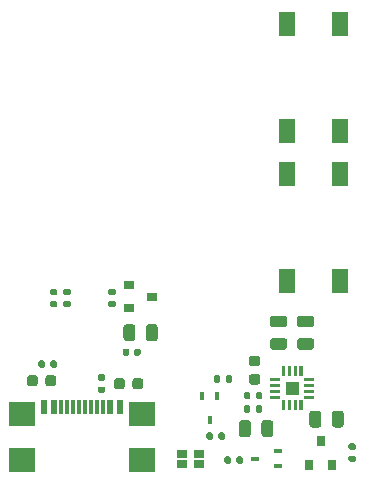
<source format=gtp>
%TF.GenerationSoftware,KiCad,Pcbnew,(5.1.10)-1*%
%TF.CreationDate,2021-12-08T00:23:12-08:00*%
%TF.ProjectId,Climbing_Main_Rev_A,436c696d-6269-46e6-975f-4d61696e5f52,rev?*%
%TF.SameCoordinates,Original*%
%TF.FileFunction,Paste,Top*%
%TF.FilePolarity,Positive*%
%FSLAX46Y46*%
G04 Gerber Fmt 4.6, Leading zero omitted, Abs format (unit mm)*
G04 Created by KiCad (PCBNEW (5.1.10)-1) date 2021-12-08 00:23:12*
%MOMM*%
%LPD*%
G01*
G04 APERTURE LIST*
%ADD10C,0.010000*%
%ADD11R,1.400000X2.100000*%
%ADD12R,0.700000X0.450000*%
%ADD13R,0.450000X0.700000*%
%ADD14R,0.800000X0.900000*%
%ADD15R,0.900000X0.800000*%
%ADD16R,0.850000X0.650000*%
%ADD17R,2.180000X2.000000*%
%ADD18R,0.300000X1.150000*%
%ADD19R,0.600000X1.150000*%
G04 APERTURE END LIST*
D10*
G36*
X164062000Y-103019000D02*
G01*
X164062000Y-101959000D01*
X165122000Y-101959000D01*
X165122000Y-103019000D01*
X164062000Y-103019000D01*
G37*
X164062000Y-103019000D02*
X164062000Y-101959000D01*
X165122000Y-101959000D01*
X165122000Y-103019000D01*
X164062000Y-103019000D01*
G36*
G01*
X166449200Y-103369000D02*
X165604800Y-103369000D01*
G75*
G02*
X165597000Y-103361200I0J7800D01*
G01*
X165597000Y-103116800D01*
G75*
G02*
X165604800Y-103109000I7800J0D01*
G01*
X166449200Y-103109000D01*
G75*
G02*
X166457000Y-103116800I0J-7800D01*
G01*
X166457000Y-103361200D01*
G75*
G02*
X166449200Y-103369000I-7800J0D01*
G01*
G37*
G36*
G01*
X166449200Y-102869000D02*
X165604800Y-102869000D01*
G75*
G02*
X165597000Y-102861200I0J7800D01*
G01*
X165597000Y-102616800D01*
G75*
G02*
X165604800Y-102609000I7800J0D01*
G01*
X166449200Y-102609000D01*
G75*
G02*
X166457000Y-102616800I0J-7800D01*
G01*
X166457000Y-102861200D01*
G75*
G02*
X166449200Y-102869000I-7800J0D01*
G01*
G37*
G36*
G01*
X166449200Y-102369000D02*
X165604800Y-102369000D01*
G75*
G02*
X165597000Y-102361200I0J7800D01*
G01*
X165597000Y-102116800D01*
G75*
G02*
X165604800Y-102109000I7800J0D01*
G01*
X166449200Y-102109000D01*
G75*
G02*
X166457000Y-102116800I0J-7800D01*
G01*
X166457000Y-102361200D01*
G75*
G02*
X166449200Y-102369000I-7800J0D01*
G01*
G37*
G36*
G01*
X166449200Y-101869000D02*
X165604800Y-101869000D01*
G75*
G02*
X165597000Y-101861200I0J7800D01*
G01*
X165597000Y-101616800D01*
G75*
G02*
X165604800Y-101609000I7800J0D01*
G01*
X166449200Y-101609000D01*
G75*
G02*
X166457000Y-101616800I0J-7800D01*
G01*
X166457000Y-101861200D01*
G75*
G02*
X166449200Y-101869000I-7800J0D01*
G01*
G37*
G36*
G01*
X163579200Y-101869000D02*
X162734800Y-101869000D01*
G75*
G02*
X162727000Y-101861200I0J7800D01*
G01*
X162727000Y-101616800D01*
G75*
G02*
X162734800Y-101609000I7800J0D01*
G01*
X163579200Y-101609000D01*
G75*
G02*
X163587000Y-101616800I0J-7800D01*
G01*
X163587000Y-101861200D01*
G75*
G02*
X163579200Y-101869000I-7800J0D01*
G01*
G37*
G36*
G01*
X163579200Y-102369000D02*
X162734800Y-102369000D01*
G75*
G02*
X162727000Y-102361200I0J7800D01*
G01*
X162727000Y-102116800D01*
G75*
G02*
X162734800Y-102109000I7800J0D01*
G01*
X163579200Y-102109000D01*
G75*
G02*
X163587000Y-102116800I0J-7800D01*
G01*
X163587000Y-102361200D01*
G75*
G02*
X163579200Y-102369000I-7800J0D01*
G01*
G37*
G36*
G01*
X163579200Y-102869000D02*
X162734800Y-102869000D01*
G75*
G02*
X162727000Y-102861200I0J7800D01*
G01*
X162727000Y-102616800D01*
G75*
G02*
X162734800Y-102609000I7800J0D01*
G01*
X163579200Y-102609000D01*
G75*
G02*
X163587000Y-102616800I0J-7800D01*
G01*
X163587000Y-102861200D01*
G75*
G02*
X163579200Y-102869000I-7800J0D01*
G01*
G37*
G36*
G01*
X163579200Y-103369000D02*
X162734800Y-103369000D01*
G75*
G02*
X162727000Y-103361200I0J7800D01*
G01*
X162727000Y-103116800D01*
G75*
G02*
X162734800Y-103109000I7800J0D01*
G01*
X163579200Y-103109000D01*
G75*
G02*
X163587000Y-103116800I0J-7800D01*
G01*
X163587000Y-103361200D01*
G75*
G02*
X163579200Y-103369000I-7800J0D01*
G01*
G37*
G36*
G01*
X163964200Y-104354000D02*
X163719800Y-104354000D01*
G75*
G02*
X163712000Y-104346200I0J7800D01*
G01*
X163712000Y-103501800D01*
G75*
G02*
X163719800Y-103494000I7800J0D01*
G01*
X163964200Y-103494000D01*
G75*
G02*
X163972000Y-103501800I0J-7800D01*
G01*
X163972000Y-104346200D01*
G75*
G02*
X163964200Y-104354000I-7800J0D01*
G01*
G37*
G36*
G01*
X164464200Y-104354000D02*
X164219800Y-104354000D01*
G75*
G02*
X164212000Y-104346200I0J7800D01*
G01*
X164212000Y-103501800D01*
G75*
G02*
X164219800Y-103494000I7800J0D01*
G01*
X164464200Y-103494000D01*
G75*
G02*
X164472000Y-103501800I0J-7800D01*
G01*
X164472000Y-104346200D01*
G75*
G02*
X164464200Y-104354000I-7800J0D01*
G01*
G37*
G36*
G01*
X164964200Y-104354000D02*
X164719800Y-104354000D01*
G75*
G02*
X164712000Y-104346200I0J7800D01*
G01*
X164712000Y-103501800D01*
G75*
G02*
X164719800Y-103494000I7800J0D01*
G01*
X164964200Y-103494000D01*
G75*
G02*
X164972000Y-103501800I0J-7800D01*
G01*
X164972000Y-104346200D01*
G75*
G02*
X164964200Y-104354000I-7800J0D01*
G01*
G37*
G36*
G01*
X165464200Y-104354000D02*
X165219800Y-104354000D01*
G75*
G02*
X165212000Y-104346200I0J7800D01*
G01*
X165212000Y-103501800D01*
G75*
G02*
X165219800Y-103494000I7800J0D01*
G01*
X165464200Y-103494000D01*
G75*
G02*
X165472000Y-103501800I0J-7800D01*
G01*
X165472000Y-104346200D01*
G75*
G02*
X165464200Y-104354000I-7800J0D01*
G01*
G37*
G36*
G01*
X165464200Y-101484000D02*
X165219800Y-101484000D01*
G75*
G02*
X165212000Y-101476200I0J7800D01*
G01*
X165212000Y-100631800D01*
G75*
G02*
X165219800Y-100624000I7800J0D01*
G01*
X165464200Y-100624000D01*
G75*
G02*
X165472000Y-100631800I0J-7800D01*
G01*
X165472000Y-101476200D01*
G75*
G02*
X165464200Y-101484000I-7800J0D01*
G01*
G37*
G36*
G01*
X164964200Y-101484000D02*
X164719800Y-101484000D01*
G75*
G02*
X164712000Y-101476200I0J7800D01*
G01*
X164712000Y-100631800D01*
G75*
G02*
X164719800Y-100624000I7800J0D01*
G01*
X164964200Y-100624000D01*
G75*
G02*
X164972000Y-100631800I0J-7800D01*
G01*
X164972000Y-101476200D01*
G75*
G02*
X164964200Y-101484000I-7800J0D01*
G01*
G37*
G36*
G01*
X164464200Y-101484000D02*
X164219800Y-101484000D01*
G75*
G02*
X164212000Y-101476200I0J7800D01*
G01*
X164212000Y-100631800D01*
G75*
G02*
X164219800Y-100624000I7800J0D01*
G01*
X164464200Y-100624000D01*
G75*
G02*
X164472000Y-100631800I0J-7800D01*
G01*
X164472000Y-101476200D01*
G75*
G02*
X164464200Y-101484000I-7800J0D01*
G01*
G37*
G36*
G01*
X163964200Y-101484000D02*
X163719800Y-101484000D01*
G75*
G02*
X163712000Y-101476200I0J7800D01*
G01*
X163712000Y-100631800D01*
G75*
G02*
X163719800Y-100624000I7800J0D01*
G01*
X163964200Y-100624000D01*
G75*
G02*
X163972000Y-100631800I0J-7800D01*
G01*
X163972000Y-101476200D01*
G75*
G02*
X163964200Y-101484000I-7800J0D01*
G01*
G37*
D11*
X164120000Y-84350000D03*
X164120000Y-93450000D03*
X168620000Y-93450000D03*
X168620000Y-84350000D03*
X164120000Y-80750000D03*
X164120000Y-71650000D03*
X168620000Y-71650000D03*
X168620000Y-80750000D03*
G36*
G01*
X159879000Y-108770000D02*
X159879000Y-108400000D01*
G75*
G02*
X160014000Y-108265000I135000J0D01*
G01*
X160284000Y-108265000D01*
G75*
G02*
X160419000Y-108400000I0J-135000D01*
G01*
X160419000Y-108770000D01*
G75*
G02*
X160284000Y-108905000I-135000J0D01*
G01*
X160014000Y-108905000D01*
G75*
G02*
X159879000Y-108770000I0J135000D01*
G01*
G37*
G36*
G01*
X158859000Y-108770000D02*
X158859000Y-108400000D01*
G75*
G02*
X158994000Y-108265000I135000J0D01*
G01*
X159264000Y-108265000D01*
G75*
G02*
X159399000Y-108400000I0J-135000D01*
G01*
X159399000Y-108770000D01*
G75*
G02*
X159264000Y-108905000I-135000J0D01*
G01*
X158994000Y-108905000D01*
G75*
G02*
X158859000Y-108770000I0J135000D01*
G01*
G37*
G36*
G01*
X157875000Y-106368000D02*
X157875000Y-106738000D01*
G75*
G02*
X157740000Y-106873000I-135000J0D01*
G01*
X157470000Y-106873000D01*
G75*
G02*
X157335000Y-106738000I0J135000D01*
G01*
X157335000Y-106368000D01*
G75*
G02*
X157470000Y-106233000I135000J0D01*
G01*
X157740000Y-106233000D01*
G75*
G02*
X157875000Y-106368000I0J-135000D01*
G01*
G37*
G36*
G01*
X158895000Y-106368000D02*
X158895000Y-106738000D01*
G75*
G02*
X158760000Y-106873000I-135000J0D01*
G01*
X158490000Y-106873000D01*
G75*
G02*
X158355000Y-106738000I0J135000D01*
G01*
X158355000Y-106368000D01*
G75*
G02*
X158490000Y-106233000I135000J0D01*
G01*
X158760000Y-106233000D01*
G75*
G02*
X158895000Y-106368000I0J-135000D01*
G01*
G37*
G36*
G01*
X158510000Y-101542000D02*
X158510000Y-101912000D01*
G75*
G02*
X158375000Y-102047000I-135000J0D01*
G01*
X158105000Y-102047000D01*
G75*
G02*
X157970000Y-101912000I0J135000D01*
G01*
X157970000Y-101542000D01*
G75*
G02*
X158105000Y-101407000I135000J0D01*
G01*
X158375000Y-101407000D01*
G75*
G02*
X158510000Y-101542000I0J-135000D01*
G01*
G37*
G36*
G01*
X159530000Y-101542000D02*
X159530000Y-101912000D01*
G75*
G02*
X159395000Y-102047000I-135000J0D01*
G01*
X159125000Y-102047000D01*
G75*
G02*
X158990000Y-101912000I0J135000D01*
G01*
X158990000Y-101542000D01*
G75*
G02*
X159125000Y-101407000I135000J0D01*
G01*
X159395000Y-101407000D01*
G75*
G02*
X159530000Y-101542000I0J-135000D01*
G01*
G37*
G36*
G01*
X169857000Y-107710000D02*
X169487000Y-107710000D01*
G75*
G02*
X169352000Y-107575000I0J135000D01*
G01*
X169352000Y-107305000D01*
G75*
G02*
X169487000Y-107170000I135000J0D01*
G01*
X169857000Y-107170000D01*
G75*
G02*
X169992000Y-107305000I0J-135000D01*
G01*
X169992000Y-107575000D01*
G75*
G02*
X169857000Y-107710000I-135000J0D01*
G01*
G37*
G36*
G01*
X169857000Y-108730000D02*
X169487000Y-108730000D01*
G75*
G02*
X169352000Y-108595000I0J135000D01*
G01*
X169352000Y-108325000D01*
G75*
G02*
X169487000Y-108190000I135000J0D01*
G01*
X169857000Y-108190000D01*
G75*
G02*
X169992000Y-108325000I0J-135000D01*
G01*
X169992000Y-108595000D01*
G75*
G02*
X169857000Y-108730000I-135000J0D01*
G01*
G37*
G36*
G01*
X161530000Y-104452000D02*
X161530000Y-104082000D01*
G75*
G02*
X161665000Y-103947000I135000J0D01*
G01*
X161935000Y-103947000D01*
G75*
G02*
X162070000Y-104082000I0J-135000D01*
G01*
X162070000Y-104452000D01*
G75*
G02*
X161935000Y-104587000I-135000J0D01*
G01*
X161665000Y-104587000D01*
G75*
G02*
X161530000Y-104452000I0J135000D01*
G01*
G37*
G36*
G01*
X160510000Y-104452000D02*
X160510000Y-104082000D01*
G75*
G02*
X160645000Y-103947000I135000J0D01*
G01*
X160915000Y-103947000D01*
G75*
G02*
X161050000Y-104082000I0J-135000D01*
G01*
X161050000Y-104452000D01*
G75*
G02*
X160915000Y-104587000I-135000J0D01*
G01*
X160645000Y-104587000D01*
G75*
G02*
X160510000Y-104452000I0J135000D01*
G01*
G37*
G36*
G01*
X161050000Y-102939000D02*
X161050000Y-103309000D01*
G75*
G02*
X160915000Y-103444000I-135000J0D01*
G01*
X160645000Y-103444000D01*
G75*
G02*
X160510000Y-103309000I0J135000D01*
G01*
X160510000Y-102939000D01*
G75*
G02*
X160645000Y-102804000I135000J0D01*
G01*
X160915000Y-102804000D01*
G75*
G02*
X161050000Y-102939000I0J-135000D01*
G01*
G37*
G36*
G01*
X162070000Y-102939000D02*
X162070000Y-103309000D01*
G75*
G02*
X161935000Y-103444000I-135000J0D01*
G01*
X161665000Y-103444000D01*
G75*
G02*
X161530000Y-103309000I0J135000D01*
G01*
X161530000Y-102939000D01*
G75*
G02*
X161665000Y-102804000I135000J0D01*
G01*
X161935000Y-102804000D01*
G75*
G02*
X162070000Y-102939000I0J-135000D01*
G01*
G37*
G36*
G01*
X145357000Y-95109000D02*
X145727000Y-95109000D01*
G75*
G02*
X145862000Y-95244000I0J-135000D01*
G01*
X145862000Y-95514000D01*
G75*
G02*
X145727000Y-95649000I-135000J0D01*
G01*
X145357000Y-95649000D01*
G75*
G02*
X145222000Y-95514000I0J135000D01*
G01*
X145222000Y-95244000D01*
G75*
G02*
X145357000Y-95109000I135000J0D01*
G01*
G37*
G36*
G01*
X145357000Y-94089000D02*
X145727000Y-94089000D01*
G75*
G02*
X145862000Y-94224000I0J-135000D01*
G01*
X145862000Y-94494000D01*
G75*
G02*
X145727000Y-94629000I-135000J0D01*
G01*
X145357000Y-94629000D01*
G75*
G02*
X145222000Y-94494000I0J135000D01*
G01*
X145222000Y-94224000D01*
G75*
G02*
X145357000Y-94089000I135000J0D01*
G01*
G37*
G36*
G01*
X144214000Y-95109000D02*
X144584000Y-95109000D01*
G75*
G02*
X144719000Y-95244000I0J-135000D01*
G01*
X144719000Y-95514000D01*
G75*
G02*
X144584000Y-95649000I-135000J0D01*
G01*
X144214000Y-95649000D01*
G75*
G02*
X144079000Y-95514000I0J135000D01*
G01*
X144079000Y-95244000D01*
G75*
G02*
X144214000Y-95109000I135000J0D01*
G01*
G37*
G36*
G01*
X144214000Y-94089000D02*
X144584000Y-94089000D01*
G75*
G02*
X144719000Y-94224000I0J-135000D01*
G01*
X144719000Y-94494000D01*
G75*
G02*
X144584000Y-94629000I-135000J0D01*
G01*
X144214000Y-94629000D01*
G75*
G02*
X144079000Y-94494000I0J135000D01*
G01*
X144079000Y-94224000D01*
G75*
G02*
X144214000Y-94089000I135000J0D01*
G01*
G37*
G36*
G01*
X148278000Y-102348000D02*
X148648000Y-102348000D01*
G75*
G02*
X148783000Y-102483000I0J-135000D01*
G01*
X148783000Y-102753000D01*
G75*
G02*
X148648000Y-102888000I-135000J0D01*
G01*
X148278000Y-102888000D01*
G75*
G02*
X148143000Y-102753000I0J135000D01*
G01*
X148143000Y-102483000D01*
G75*
G02*
X148278000Y-102348000I135000J0D01*
G01*
G37*
G36*
G01*
X148278000Y-101328000D02*
X148648000Y-101328000D01*
G75*
G02*
X148783000Y-101463000I0J-135000D01*
G01*
X148783000Y-101733000D01*
G75*
G02*
X148648000Y-101868000I-135000J0D01*
G01*
X148278000Y-101868000D01*
G75*
G02*
X148143000Y-101733000I0J135000D01*
G01*
X148143000Y-101463000D01*
G75*
G02*
X148278000Y-101328000I135000J0D01*
G01*
G37*
G36*
G01*
X144131000Y-100642000D02*
X144131000Y-100272000D01*
G75*
G02*
X144266000Y-100137000I135000J0D01*
G01*
X144536000Y-100137000D01*
G75*
G02*
X144671000Y-100272000I0J-135000D01*
G01*
X144671000Y-100642000D01*
G75*
G02*
X144536000Y-100777000I-135000J0D01*
G01*
X144266000Y-100777000D01*
G75*
G02*
X144131000Y-100642000I0J135000D01*
G01*
G37*
G36*
G01*
X143111000Y-100642000D02*
X143111000Y-100272000D01*
G75*
G02*
X143246000Y-100137000I135000J0D01*
G01*
X143516000Y-100137000D01*
G75*
G02*
X143651000Y-100272000I0J-135000D01*
G01*
X143651000Y-100642000D01*
G75*
G02*
X143516000Y-100777000I-135000J0D01*
G01*
X143246000Y-100777000D01*
G75*
G02*
X143111000Y-100642000I0J135000D01*
G01*
G37*
G36*
G01*
X149537000Y-94629000D02*
X149167000Y-94629000D01*
G75*
G02*
X149032000Y-94494000I0J135000D01*
G01*
X149032000Y-94224000D01*
G75*
G02*
X149167000Y-94089000I135000J0D01*
G01*
X149537000Y-94089000D01*
G75*
G02*
X149672000Y-94224000I0J-135000D01*
G01*
X149672000Y-94494000D01*
G75*
G02*
X149537000Y-94629000I-135000J0D01*
G01*
G37*
G36*
G01*
X149537000Y-95649000D02*
X149167000Y-95649000D01*
G75*
G02*
X149032000Y-95514000I0J135000D01*
G01*
X149032000Y-95244000D01*
G75*
G02*
X149167000Y-95109000I135000J0D01*
G01*
X149537000Y-95109000D01*
G75*
G02*
X149672000Y-95244000I0J-135000D01*
G01*
X149672000Y-95514000D01*
G75*
G02*
X149537000Y-95649000I-135000J0D01*
G01*
G37*
D12*
X161433000Y-108458000D03*
X163433000Y-107808000D03*
X163433000Y-109108000D03*
D13*
X157607000Y-105140000D03*
X156957000Y-103140000D03*
X158257000Y-103140000D03*
D14*
X167005000Y-106950000D03*
X167955000Y-108950000D03*
X166055000Y-108950000D03*
D15*
X152765000Y-94742000D03*
X150765000Y-95692000D03*
X150765000Y-93792000D03*
D16*
X156681000Y-108033000D03*
X156681000Y-108883000D03*
X155231000Y-108033000D03*
X155231000Y-108883000D03*
D17*
X151922000Y-108586000D03*
X141702000Y-108586000D03*
X151922000Y-104656000D03*
X141702000Y-104656000D03*
D18*
X147062000Y-104081000D03*
X146562000Y-104081000D03*
X147562000Y-104081000D03*
X146062000Y-104081000D03*
X148062000Y-104081000D03*
X145562000Y-104081000D03*
X148562000Y-104081000D03*
X145062000Y-104081000D03*
D19*
X150012000Y-104081000D03*
X149212000Y-104081000D03*
X144412000Y-104081000D03*
X143612000Y-104081000D03*
G36*
G01*
X167963000Y-105580200D02*
X167963000Y-104630200D01*
G75*
G02*
X168213000Y-104380200I250000J0D01*
G01*
X168713000Y-104380200D01*
G75*
G02*
X168963000Y-104630200I0J-250000D01*
G01*
X168963000Y-105580200D01*
G75*
G02*
X168713000Y-105830200I-250000J0D01*
G01*
X168213000Y-105830200D01*
G75*
G02*
X167963000Y-105580200I0J250000D01*
G01*
G37*
G36*
G01*
X166063000Y-105580200D02*
X166063000Y-104630200D01*
G75*
G02*
X166313000Y-104380200I250000J0D01*
G01*
X166813000Y-104380200D01*
G75*
G02*
X167063000Y-104630200I0J-250000D01*
G01*
X167063000Y-105580200D01*
G75*
G02*
X166813000Y-105830200I-250000J0D01*
G01*
X166313000Y-105830200D01*
G75*
G02*
X166063000Y-105580200I0J250000D01*
G01*
G37*
G36*
G01*
X166210000Y-97340000D02*
X165260000Y-97340000D01*
G75*
G02*
X165010000Y-97090000I0J250000D01*
G01*
X165010000Y-96590000D01*
G75*
G02*
X165260000Y-96340000I250000J0D01*
G01*
X166210000Y-96340000D01*
G75*
G02*
X166460000Y-96590000I0J-250000D01*
G01*
X166460000Y-97090000D01*
G75*
G02*
X166210000Y-97340000I-250000J0D01*
G01*
G37*
G36*
G01*
X166210000Y-99240000D02*
X165260000Y-99240000D01*
G75*
G02*
X165010000Y-98990000I0J250000D01*
G01*
X165010000Y-98490000D01*
G75*
G02*
X165260000Y-98240000I250000J0D01*
G01*
X166210000Y-98240000D01*
G75*
G02*
X166460000Y-98490000I0J-250000D01*
G01*
X166460000Y-98990000D01*
G75*
G02*
X166210000Y-99240000I-250000J0D01*
G01*
G37*
G36*
G01*
X161094000Y-105443000D02*
X161094000Y-106393000D01*
G75*
G02*
X160844000Y-106643000I-250000J0D01*
G01*
X160344000Y-106643000D01*
G75*
G02*
X160094000Y-106393000I0J250000D01*
G01*
X160094000Y-105443000D01*
G75*
G02*
X160344000Y-105193000I250000J0D01*
G01*
X160844000Y-105193000D01*
G75*
G02*
X161094000Y-105443000I0J-250000D01*
G01*
G37*
G36*
G01*
X162994000Y-105443000D02*
X162994000Y-106393000D01*
G75*
G02*
X162744000Y-106643000I-250000J0D01*
G01*
X162244000Y-106643000D01*
G75*
G02*
X161994000Y-106393000I0J250000D01*
G01*
X161994000Y-105443000D01*
G75*
G02*
X162244000Y-105193000I250000J0D01*
G01*
X162744000Y-105193000D01*
G75*
G02*
X162994000Y-105443000I0J-250000D01*
G01*
G37*
G36*
G01*
X163924000Y-97340000D02*
X162974000Y-97340000D01*
G75*
G02*
X162724000Y-97090000I0J250000D01*
G01*
X162724000Y-96590000D01*
G75*
G02*
X162974000Y-96340000I250000J0D01*
G01*
X163924000Y-96340000D01*
G75*
G02*
X164174000Y-96590000I0J-250000D01*
G01*
X164174000Y-97090000D01*
G75*
G02*
X163924000Y-97340000I-250000J0D01*
G01*
G37*
G36*
G01*
X163924000Y-99240000D02*
X162974000Y-99240000D01*
G75*
G02*
X162724000Y-98990000I0J250000D01*
G01*
X162724000Y-98490000D01*
G75*
G02*
X162974000Y-98240000I250000J0D01*
G01*
X163924000Y-98240000D01*
G75*
G02*
X164174000Y-98490000I0J-250000D01*
G01*
X164174000Y-98990000D01*
G75*
G02*
X163924000Y-99240000I-250000J0D01*
G01*
G37*
G36*
G01*
X161667000Y-100640000D02*
X161167000Y-100640000D01*
G75*
G02*
X160942000Y-100415000I0J225000D01*
G01*
X160942000Y-99965000D01*
G75*
G02*
X161167000Y-99740000I225000J0D01*
G01*
X161667000Y-99740000D01*
G75*
G02*
X161892000Y-99965000I0J-225000D01*
G01*
X161892000Y-100415000D01*
G75*
G02*
X161667000Y-100640000I-225000J0D01*
G01*
G37*
G36*
G01*
X161667000Y-102190000D02*
X161167000Y-102190000D01*
G75*
G02*
X160942000Y-101965000I0J225000D01*
G01*
X160942000Y-101515000D01*
G75*
G02*
X161167000Y-101290000I225000J0D01*
G01*
X161667000Y-101290000D01*
G75*
G02*
X161892000Y-101515000I0J-225000D01*
G01*
X161892000Y-101965000D01*
G75*
G02*
X161667000Y-102190000I-225000J0D01*
G01*
G37*
G36*
G01*
X152215000Y-98265000D02*
X152215000Y-97315000D01*
G75*
G02*
X152465000Y-97065000I250000J0D01*
G01*
X152965000Y-97065000D01*
G75*
G02*
X153215000Y-97315000I0J-250000D01*
G01*
X153215000Y-98265000D01*
G75*
G02*
X152965000Y-98515000I-250000J0D01*
G01*
X152465000Y-98515000D01*
G75*
G02*
X152215000Y-98265000I0J250000D01*
G01*
G37*
G36*
G01*
X150315000Y-98265000D02*
X150315000Y-97315000D01*
G75*
G02*
X150565000Y-97065000I250000J0D01*
G01*
X151065000Y-97065000D01*
G75*
G02*
X151315000Y-97315000I0J-250000D01*
G01*
X151315000Y-98265000D01*
G75*
G02*
X151065000Y-98515000I-250000J0D01*
G01*
X150565000Y-98515000D01*
G75*
G02*
X150315000Y-98265000I0J250000D01*
G01*
G37*
G36*
G01*
X151074000Y-102358000D02*
X151074000Y-101858000D01*
G75*
G02*
X151299000Y-101633000I225000J0D01*
G01*
X151749000Y-101633000D01*
G75*
G02*
X151974000Y-101858000I0J-225000D01*
G01*
X151974000Y-102358000D01*
G75*
G02*
X151749000Y-102583000I-225000J0D01*
G01*
X151299000Y-102583000D01*
G75*
G02*
X151074000Y-102358000I0J225000D01*
G01*
G37*
G36*
G01*
X149524000Y-102358000D02*
X149524000Y-101858000D01*
G75*
G02*
X149749000Y-101633000I225000J0D01*
G01*
X150199000Y-101633000D01*
G75*
G02*
X150424000Y-101858000I0J-225000D01*
G01*
X150424000Y-102358000D01*
G75*
G02*
X150199000Y-102583000I-225000J0D01*
G01*
X149749000Y-102583000D01*
G75*
G02*
X149524000Y-102358000I0J225000D01*
G01*
G37*
G36*
G01*
X151203000Y-99611000D02*
X151203000Y-99271000D01*
G75*
G02*
X151343000Y-99131000I140000J0D01*
G01*
X151623000Y-99131000D01*
G75*
G02*
X151763000Y-99271000I0J-140000D01*
G01*
X151763000Y-99611000D01*
G75*
G02*
X151623000Y-99751000I-140000J0D01*
G01*
X151343000Y-99751000D01*
G75*
G02*
X151203000Y-99611000I0J140000D01*
G01*
G37*
G36*
G01*
X150243000Y-99611000D02*
X150243000Y-99271000D01*
G75*
G02*
X150383000Y-99131000I140000J0D01*
G01*
X150663000Y-99131000D01*
G75*
G02*
X150803000Y-99271000I0J-140000D01*
G01*
X150803000Y-99611000D01*
G75*
G02*
X150663000Y-99751000I-140000J0D01*
G01*
X150383000Y-99751000D01*
G75*
G02*
X150243000Y-99611000I0J140000D01*
G01*
G37*
G36*
G01*
X143058000Y-101604000D02*
X143058000Y-102104000D01*
G75*
G02*
X142833000Y-102329000I-225000J0D01*
G01*
X142383000Y-102329000D01*
G75*
G02*
X142158000Y-102104000I0J225000D01*
G01*
X142158000Y-101604000D01*
G75*
G02*
X142383000Y-101379000I225000J0D01*
G01*
X142833000Y-101379000D01*
G75*
G02*
X143058000Y-101604000I0J-225000D01*
G01*
G37*
G36*
G01*
X144608000Y-101604000D02*
X144608000Y-102104000D01*
G75*
G02*
X144383000Y-102329000I-225000J0D01*
G01*
X143933000Y-102329000D01*
G75*
G02*
X143708000Y-102104000I0J225000D01*
G01*
X143708000Y-101604000D01*
G75*
G02*
X143933000Y-101379000I225000J0D01*
G01*
X144383000Y-101379000D01*
G75*
G02*
X144608000Y-101604000I0J-225000D01*
G01*
G37*
M02*

</source>
